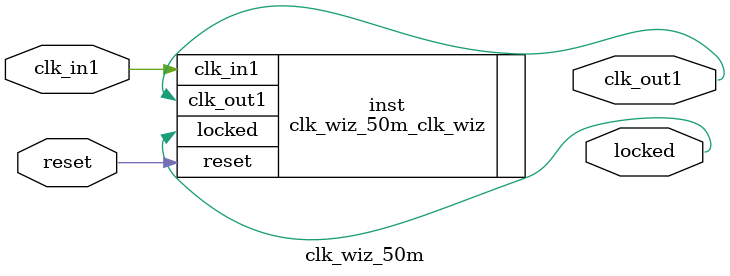
<source format=v>


`timescale 1ps/1ps

(* CORE_GENERATION_INFO = "clk_wiz_50m,clk_wiz_v6_0_17_0_0,{component_name=clk_wiz_50m,use_phase_alignment=true,use_min_o_jitter=false,use_max_i_jitter=false,use_dyn_phase_shift=false,use_inclk_switchover=false,use_dyn_reconfig=false,enable_axi=0,feedback_source=FDBK_AUTO,PRIMITIVE=MMCM,num_out_clk=1,clkin1_period=10.000,clkin2_period=10.000,use_power_down=false,use_reset=true,use_locked=true,use_inclk_stopped=false,feedback_type=SINGLE,CLOCK_MGR_TYPE=NA,manual_override=false}" *)

module clk_wiz_50m 
 (
  // Clock out ports
  output        clk_out1,
  // Status and control signals
  input         reset,
  output        locked,
 // Clock in ports
  input         clk_in1
 );

  clk_wiz_50m_clk_wiz inst
  (
  // Clock out ports  
  .clk_out1(clk_out1),
  // Status and control signals               
  .reset(reset), 
  .locked(locked),
 // Clock in ports
  .clk_in1(clk_in1)
  );

endmodule

</source>
